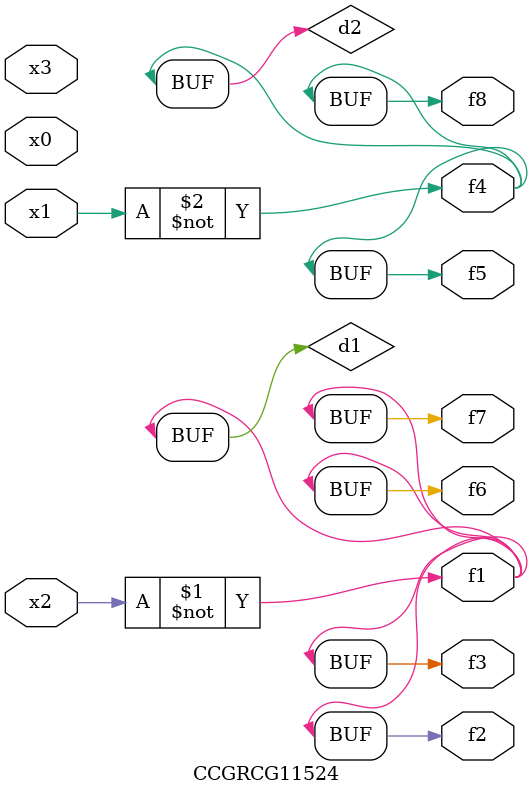
<source format=v>
module CCGRCG11524(
	input x0, x1, x2, x3,
	output f1, f2, f3, f4, f5, f6, f7, f8
);

	wire d1, d2;

	xnor (d1, x2);
	not (d2, x1);
	assign f1 = d1;
	assign f2 = d1;
	assign f3 = d1;
	assign f4 = d2;
	assign f5 = d2;
	assign f6 = d1;
	assign f7 = d1;
	assign f8 = d2;
endmodule

</source>
